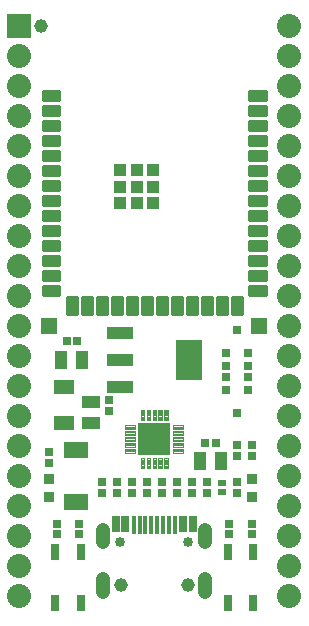
<source format=gts>
G75*
%MOIN*%
%OFA0B0*%
%FSLAX25Y25*%
%IPPOS*%
%LPD*%
%AMOC8*
5,1,8,0,0,1.08239X$1,22.5*
%
%ADD10R,0.08000X0.08000*%
%ADD11C,0.08000*%
%ADD12R,0.02962X0.05718*%
%ADD13R,0.01781X0.06309*%
%ADD14C,0.04734*%
%ADD15C,0.03356*%
%ADD16R,0.03159X0.05324*%
%ADD17C,0.00396*%
%ADD18R,0.10836X0.10836*%
%ADD19R,0.09065X0.04340*%
%ADD20R,0.09065X0.13395*%
%ADD21R,0.03041X0.03041*%
%ADD22R,0.04143X0.06112*%
%ADD23R,0.08080X0.05324*%
%ADD24R,0.06899X0.04537*%
%ADD25R,0.06112X0.04143*%
%ADD26R,0.03750X0.03750*%
%ADD27R,0.02569X0.02175*%
%ADD28R,0.02569X0.02962*%
%ADD29C,0.04537*%
%ADD30C,0.00912*%
%ADD31R,0.04143X0.04143*%
%ADD32R,0.05324X0.05324*%
D10*
X0009300Y0200050D03*
D11*
X0009300Y0010050D03*
X0009300Y0020050D03*
X0009300Y0030050D03*
X0009300Y0040050D03*
X0009300Y0050050D03*
X0009300Y0060050D03*
X0009300Y0070050D03*
X0009300Y0080050D03*
X0009300Y0090050D03*
X0009300Y0100050D03*
X0009300Y0110050D03*
X0009300Y0120050D03*
X0009300Y0130050D03*
X0009300Y0140050D03*
X0009300Y0150050D03*
X0009300Y0160050D03*
X0009300Y0170050D03*
X0009300Y0180050D03*
X0009300Y0190050D03*
X0099300Y0190050D03*
X0099300Y0180050D03*
X0099300Y0170050D03*
X0099300Y0160050D03*
X0099300Y0150050D03*
X0099300Y0140050D03*
X0099300Y0130050D03*
X0099300Y0120050D03*
X0099300Y0110050D03*
X0099300Y0100050D03*
X0099300Y0090050D03*
X0099300Y0080050D03*
X0099300Y0070050D03*
X0099300Y0060050D03*
X0099300Y0050050D03*
X0099300Y0040050D03*
X0099300Y0030050D03*
X0099300Y0020050D03*
X0099300Y0010050D03*
X0099300Y0200050D03*
D12*
X0067095Y0034066D03*
X0063946Y0034066D03*
X0044654Y0034066D03*
X0041505Y0034066D03*
D13*
X0047410Y0033770D03*
X0049379Y0033770D03*
X0051347Y0033770D03*
X0053316Y0033770D03*
X0055284Y0033770D03*
X0057253Y0033770D03*
X0059221Y0033770D03*
X0061190Y0033770D03*
D14*
X0071308Y0032235D02*
X0071308Y0028101D01*
X0071308Y0015778D02*
X0071308Y0011644D01*
X0037292Y0011644D02*
X0037292Y0015778D01*
X0037292Y0028101D02*
X0037292Y0032235D01*
D15*
X0042922Y0028081D03*
X0065678Y0028081D03*
D16*
X0078818Y0024765D03*
X0087282Y0024765D03*
X0087282Y0007835D03*
X0078818Y0007835D03*
X0029782Y0007835D03*
X0021318Y0007835D03*
X0021318Y0024765D03*
X0029782Y0024765D03*
D17*
X0044651Y0058019D02*
X0048005Y0058019D01*
X0044651Y0058019D02*
X0044651Y0059207D01*
X0048005Y0059207D01*
X0048005Y0058019D01*
X0048005Y0058414D02*
X0044651Y0058414D01*
X0044651Y0058809D02*
X0048005Y0058809D01*
X0048005Y0059204D02*
X0044651Y0059204D01*
X0044651Y0059987D02*
X0048005Y0059987D01*
X0044651Y0059987D02*
X0044651Y0061175D01*
X0048005Y0061175D01*
X0048005Y0059987D01*
X0048005Y0060382D02*
X0044651Y0060382D01*
X0044651Y0060777D02*
X0048005Y0060777D01*
X0048005Y0061172D02*
X0044651Y0061172D01*
X0044651Y0061956D02*
X0048005Y0061956D01*
X0044651Y0061956D02*
X0044651Y0063144D01*
X0048005Y0063144D01*
X0048005Y0061956D01*
X0048005Y0062351D02*
X0044651Y0062351D01*
X0044651Y0062746D02*
X0048005Y0062746D01*
X0048005Y0063141D02*
X0044651Y0063141D01*
X0044651Y0063925D02*
X0048005Y0063925D01*
X0044651Y0063925D02*
X0044651Y0065113D01*
X0048005Y0065113D01*
X0048005Y0063925D01*
X0048005Y0064320D02*
X0044651Y0064320D01*
X0044651Y0064715D02*
X0048005Y0064715D01*
X0048005Y0065110D02*
X0044651Y0065110D01*
X0044651Y0065893D02*
X0048005Y0065893D01*
X0044651Y0065893D02*
X0044651Y0067081D01*
X0048005Y0067081D01*
X0048005Y0065893D01*
X0048005Y0066288D02*
X0044651Y0066288D01*
X0044651Y0066683D02*
X0048005Y0066683D01*
X0048005Y0067078D02*
X0044651Y0067078D01*
X0050957Y0068845D02*
X0050957Y0072199D01*
X0050957Y0068845D02*
X0049769Y0068845D01*
X0049769Y0072199D01*
X0050957Y0072199D01*
X0050957Y0069240D02*
X0049769Y0069240D01*
X0049769Y0069635D02*
X0050957Y0069635D01*
X0050957Y0070030D02*
X0049769Y0070030D01*
X0049769Y0070425D02*
X0050957Y0070425D01*
X0050957Y0070820D02*
X0049769Y0070820D01*
X0049769Y0071215D02*
X0050957Y0071215D01*
X0050957Y0071610D02*
X0049769Y0071610D01*
X0049769Y0072005D02*
X0050957Y0072005D01*
X0052925Y0072199D02*
X0052925Y0068845D01*
X0051737Y0068845D01*
X0051737Y0072199D01*
X0052925Y0072199D01*
X0052925Y0069240D02*
X0051737Y0069240D01*
X0051737Y0069635D02*
X0052925Y0069635D01*
X0052925Y0070030D02*
X0051737Y0070030D01*
X0051737Y0070425D02*
X0052925Y0070425D01*
X0052925Y0070820D02*
X0051737Y0070820D01*
X0051737Y0071215D02*
X0052925Y0071215D01*
X0052925Y0071610D02*
X0051737Y0071610D01*
X0051737Y0072005D02*
X0052925Y0072005D01*
X0054894Y0072199D02*
X0054894Y0068845D01*
X0053706Y0068845D01*
X0053706Y0072199D01*
X0054894Y0072199D01*
X0054894Y0069240D02*
X0053706Y0069240D01*
X0053706Y0069635D02*
X0054894Y0069635D01*
X0054894Y0070030D02*
X0053706Y0070030D01*
X0053706Y0070425D02*
X0054894Y0070425D01*
X0054894Y0070820D02*
X0053706Y0070820D01*
X0053706Y0071215D02*
X0054894Y0071215D01*
X0054894Y0071610D02*
X0053706Y0071610D01*
X0053706Y0072005D02*
X0054894Y0072005D01*
X0056863Y0072199D02*
X0056863Y0068845D01*
X0055675Y0068845D01*
X0055675Y0072199D01*
X0056863Y0072199D01*
X0056863Y0069240D02*
X0055675Y0069240D01*
X0055675Y0069635D02*
X0056863Y0069635D01*
X0056863Y0070030D02*
X0055675Y0070030D01*
X0055675Y0070425D02*
X0056863Y0070425D01*
X0056863Y0070820D02*
X0055675Y0070820D01*
X0055675Y0071215D02*
X0056863Y0071215D01*
X0056863Y0071610D02*
X0055675Y0071610D01*
X0055675Y0072005D02*
X0056863Y0072005D01*
X0058831Y0072199D02*
X0058831Y0068845D01*
X0057643Y0068845D01*
X0057643Y0072199D01*
X0058831Y0072199D01*
X0058831Y0069240D02*
X0057643Y0069240D01*
X0057643Y0069635D02*
X0058831Y0069635D01*
X0058831Y0070030D02*
X0057643Y0070030D01*
X0057643Y0070425D02*
X0058831Y0070425D01*
X0058831Y0070820D02*
X0057643Y0070820D01*
X0057643Y0071215D02*
X0058831Y0071215D01*
X0058831Y0071610D02*
X0057643Y0071610D01*
X0057643Y0072005D02*
X0058831Y0072005D01*
X0060595Y0065893D02*
X0063949Y0065893D01*
X0060595Y0065893D02*
X0060595Y0067081D01*
X0063949Y0067081D01*
X0063949Y0065893D01*
X0063949Y0066288D02*
X0060595Y0066288D01*
X0060595Y0066683D02*
X0063949Y0066683D01*
X0063949Y0067078D02*
X0060595Y0067078D01*
X0060595Y0063925D02*
X0063949Y0063925D01*
X0060595Y0063925D02*
X0060595Y0065113D01*
X0063949Y0065113D01*
X0063949Y0063925D01*
X0063949Y0064320D02*
X0060595Y0064320D01*
X0060595Y0064715D02*
X0063949Y0064715D01*
X0063949Y0065110D02*
X0060595Y0065110D01*
X0060595Y0061956D02*
X0063949Y0061956D01*
X0060595Y0061956D02*
X0060595Y0063144D01*
X0063949Y0063144D01*
X0063949Y0061956D01*
X0063949Y0062351D02*
X0060595Y0062351D01*
X0060595Y0062746D02*
X0063949Y0062746D01*
X0063949Y0063141D02*
X0060595Y0063141D01*
X0060595Y0059987D02*
X0063949Y0059987D01*
X0060595Y0059987D02*
X0060595Y0061175D01*
X0063949Y0061175D01*
X0063949Y0059987D01*
X0063949Y0060382D02*
X0060595Y0060382D01*
X0060595Y0060777D02*
X0063949Y0060777D01*
X0063949Y0061172D02*
X0060595Y0061172D01*
X0060595Y0058019D02*
X0063949Y0058019D01*
X0060595Y0058019D02*
X0060595Y0059207D01*
X0063949Y0059207D01*
X0063949Y0058019D01*
X0063949Y0058414D02*
X0060595Y0058414D01*
X0060595Y0058809D02*
X0063949Y0058809D01*
X0063949Y0059204D02*
X0060595Y0059204D01*
X0058831Y0056255D02*
X0058831Y0052901D01*
X0057643Y0052901D01*
X0057643Y0056255D01*
X0058831Y0056255D01*
X0058831Y0053296D02*
X0057643Y0053296D01*
X0057643Y0053691D02*
X0058831Y0053691D01*
X0058831Y0054086D02*
X0057643Y0054086D01*
X0057643Y0054481D02*
X0058831Y0054481D01*
X0058831Y0054876D02*
X0057643Y0054876D01*
X0057643Y0055271D02*
X0058831Y0055271D01*
X0058831Y0055666D02*
X0057643Y0055666D01*
X0057643Y0056061D02*
X0058831Y0056061D01*
X0056863Y0056255D02*
X0056863Y0052901D01*
X0055675Y0052901D01*
X0055675Y0056255D01*
X0056863Y0056255D01*
X0056863Y0053296D02*
X0055675Y0053296D01*
X0055675Y0053691D02*
X0056863Y0053691D01*
X0056863Y0054086D02*
X0055675Y0054086D01*
X0055675Y0054481D02*
X0056863Y0054481D01*
X0056863Y0054876D02*
X0055675Y0054876D01*
X0055675Y0055271D02*
X0056863Y0055271D01*
X0056863Y0055666D02*
X0055675Y0055666D01*
X0055675Y0056061D02*
X0056863Y0056061D01*
X0054894Y0056255D02*
X0054894Y0052901D01*
X0053706Y0052901D01*
X0053706Y0056255D01*
X0054894Y0056255D01*
X0054894Y0053296D02*
X0053706Y0053296D01*
X0053706Y0053691D02*
X0054894Y0053691D01*
X0054894Y0054086D02*
X0053706Y0054086D01*
X0053706Y0054481D02*
X0054894Y0054481D01*
X0054894Y0054876D02*
X0053706Y0054876D01*
X0053706Y0055271D02*
X0054894Y0055271D01*
X0054894Y0055666D02*
X0053706Y0055666D01*
X0053706Y0056061D02*
X0054894Y0056061D01*
X0052925Y0056255D02*
X0052925Y0052901D01*
X0051737Y0052901D01*
X0051737Y0056255D01*
X0052925Y0056255D01*
X0052925Y0053296D02*
X0051737Y0053296D01*
X0051737Y0053691D02*
X0052925Y0053691D01*
X0052925Y0054086D02*
X0051737Y0054086D01*
X0051737Y0054481D02*
X0052925Y0054481D01*
X0052925Y0054876D02*
X0051737Y0054876D01*
X0051737Y0055271D02*
X0052925Y0055271D01*
X0052925Y0055666D02*
X0051737Y0055666D01*
X0051737Y0056061D02*
X0052925Y0056061D01*
X0050957Y0056255D02*
X0050957Y0052901D01*
X0049769Y0052901D01*
X0049769Y0056255D01*
X0050957Y0056255D01*
X0050957Y0053296D02*
X0049769Y0053296D01*
X0049769Y0053691D02*
X0050957Y0053691D01*
X0050957Y0054086D02*
X0049769Y0054086D01*
X0049769Y0054481D02*
X0050957Y0054481D01*
X0050957Y0054876D02*
X0049769Y0054876D01*
X0049769Y0055271D02*
X0050957Y0055271D01*
X0050957Y0055666D02*
X0049769Y0055666D01*
X0049769Y0056061D02*
X0050957Y0056061D01*
D18*
X0054300Y0062550D03*
D19*
X0042883Y0079745D03*
X0042883Y0088800D03*
X0042883Y0097855D03*
D20*
X0065717Y0088800D03*
D21*
X0078050Y0086822D03*
X0078050Y0083278D03*
X0085550Y0083278D03*
X0085550Y0086822D03*
X0074822Y0061300D03*
X0071278Y0061300D03*
X0071800Y0048072D03*
X0071800Y0044528D03*
X0066800Y0044528D03*
X0066800Y0048072D03*
X0061800Y0048072D03*
X0061800Y0044528D03*
X0056800Y0044528D03*
X0056800Y0048072D03*
X0051800Y0048072D03*
X0051800Y0044528D03*
X0046800Y0044528D03*
X0046800Y0048072D03*
X0041800Y0048072D03*
X0041800Y0044528D03*
X0036800Y0044528D03*
X0036800Y0048072D03*
X0029300Y0034322D03*
X0029300Y0030778D03*
X0021800Y0030778D03*
X0021800Y0034322D03*
X0019300Y0054528D03*
X0019300Y0058072D03*
X0025028Y0095050D03*
X0028572Y0095050D03*
X0039300Y0075572D03*
X0039300Y0072028D03*
X0079300Y0034322D03*
X0079300Y0030778D03*
X0086800Y0030778D03*
X0086800Y0034322D03*
X0081800Y0044528D03*
X0081800Y0048072D03*
X0081800Y0057028D03*
X0081800Y0060572D03*
X0086800Y0060572D03*
X0086800Y0057028D03*
D22*
X0076593Y0055050D03*
X0069507Y0055050D03*
X0030343Y0088800D03*
X0023257Y0088800D03*
D23*
X0028050Y0058711D03*
X0028050Y0041389D03*
D24*
X0024300Y0067894D03*
X0024300Y0079706D03*
D25*
X0033050Y0074843D03*
X0033050Y0067757D03*
D26*
X0019300Y0049253D03*
X0019300Y0043347D03*
X0086800Y0043347D03*
X0086800Y0049253D03*
D27*
X0076800Y0047875D03*
X0076800Y0044725D03*
D28*
X0081800Y0071113D03*
X0078060Y0078987D03*
X0078060Y0091113D03*
X0081800Y0098987D03*
X0085540Y0091113D03*
X0085540Y0078987D03*
D29*
X0065550Y0013800D03*
X0043050Y0013800D03*
X0016644Y0200050D03*
D30*
X0017054Y0175394D02*
X0022648Y0175394D01*
X0017054Y0175394D02*
X0017054Y0178624D01*
X0022648Y0178624D01*
X0022648Y0175394D01*
X0022648Y0176305D02*
X0017054Y0176305D01*
X0017054Y0177216D02*
X0022648Y0177216D01*
X0022648Y0178127D02*
X0017054Y0178127D01*
X0017054Y0170394D02*
X0022648Y0170394D01*
X0017054Y0170394D02*
X0017054Y0173624D01*
X0022648Y0173624D01*
X0022648Y0170394D01*
X0022648Y0171305D02*
X0017054Y0171305D01*
X0017054Y0172216D02*
X0022648Y0172216D01*
X0022648Y0173127D02*
X0017054Y0173127D01*
X0017054Y0165394D02*
X0022648Y0165394D01*
X0017054Y0165394D02*
X0017054Y0168624D01*
X0022648Y0168624D01*
X0022648Y0165394D01*
X0022648Y0166305D02*
X0017054Y0166305D01*
X0017054Y0167216D02*
X0022648Y0167216D01*
X0022648Y0168127D02*
X0017054Y0168127D01*
X0017054Y0160394D02*
X0022648Y0160394D01*
X0017054Y0160394D02*
X0017054Y0163624D01*
X0022648Y0163624D01*
X0022648Y0160394D01*
X0022648Y0161305D02*
X0017054Y0161305D01*
X0017054Y0162216D02*
X0022648Y0162216D01*
X0022648Y0163127D02*
X0017054Y0163127D01*
X0017054Y0155394D02*
X0022648Y0155394D01*
X0017054Y0155394D02*
X0017054Y0158624D01*
X0022648Y0158624D01*
X0022648Y0155394D01*
X0022648Y0156305D02*
X0017054Y0156305D01*
X0017054Y0157216D02*
X0022648Y0157216D01*
X0022648Y0158127D02*
X0017054Y0158127D01*
X0017054Y0150394D02*
X0022648Y0150394D01*
X0017054Y0150394D02*
X0017054Y0153624D01*
X0022648Y0153624D01*
X0022648Y0150394D01*
X0022648Y0151305D02*
X0017054Y0151305D01*
X0017054Y0152216D02*
X0022648Y0152216D01*
X0022648Y0153127D02*
X0017054Y0153127D01*
X0017054Y0145394D02*
X0022648Y0145394D01*
X0017054Y0145394D02*
X0017054Y0148624D01*
X0022648Y0148624D01*
X0022648Y0145394D01*
X0022648Y0146305D02*
X0017054Y0146305D01*
X0017054Y0147216D02*
X0022648Y0147216D01*
X0022648Y0148127D02*
X0017054Y0148127D01*
X0017054Y0140394D02*
X0022648Y0140394D01*
X0017054Y0140394D02*
X0017054Y0143624D01*
X0022648Y0143624D01*
X0022648Y0140394D01*
X0022648Y0141305D02*
X0017054Y0141305D01*
X0017054Y0142216D02*
X0022648Y0142216D01*
X0022648Y0143127D02*
X0017054Y0143127D01*
X0017054Y0135394D02*
X0022648Y0135394D01*
X0017054Y0135394D02*
X0017054Y0138624D01*
X0022648Y0138624D01*
X0022648Y0135394D01*
X0022648Y0136305D02*
X0017054Y0136305D01*
X0017054Y0137216D02*
X0022648Y0137216D01*
X0022648Y0138127D02*
X0017054Y0138127D01*
X0017054Y0130394D02*
X0022648Y0130394D01*
X0017054Y0130394D02*
X0017054Y0133624D01*
X0022648Y0133624D01*
X0022648Y0130394D01*
X0022648Y0131305D02*
X0017054Y0131305D01*
X0017054Y0132216D02*
X0022648Y0132216D01*
X0022648Y0133127D02*
X0017054Y0133127D01*
X0017054Y0125394D02*
X0022648Y0125394D01*
X0017054Y0125394D02*
X0017054Y0128624D01*
X0022648Y0128624D01*
X0022648Y0125394D01*
X0022648Y0126305D02*
X0017054Y0126305D01*
X0017054Y0127216D02*
X0022648Y0127216D01*
X0022648Y0128127D02*
X0017054Y0128127D01*
X0017054Y0120394D02*
X0022648Y0120394D01*
X0017054Y0120394D02*
X0017054Y0123624D01*
X0022648Y0123624D01*
X0022648Y0120394D01*
X0022648Y0121305D02*
X0017054Y0121305D01*
X0017054Y0122216D02*
X0022648Y0122216D01*
X0022648Y0123127D02*
X0017054Y0123127D01*
X0017054Y0115394D02*
X0022648Y0115394D01*
X0017054Y0115394D02*
X0017054Y0118624D01*
X0022648Y0118624D01*
X0022648Y0115394D01*
X0022648Y0116305D02*
X0017054Y0116305D01*
X0017054Y0117216D02*
X0022648Y0117216D01*
X0022648Y0118127D02*
X0017054Y0118127D01*
X0017054Y0110394D02*
X0022648Y0110394D01*
X0017054Y0110394D02*
X0017054Y0113624D01*
X0022648Y0113624D01*
X0022648Y0110394D01*
X0022648Y0111305D02*
X0017054Y0111305D01*
X0017054Y0112216D02*
X0022648Y0112216D01*
X0022648Y0113127D02*
X0017054Y0113127D01*
X0028415Y0109884D02*
X0028415Y0104290D01*
X0025185Y0104290D01*
X0025185Y0109884D01*
X0028415Y0109884D01*
X0028415Y0105201D02*
X0025185Y0105201D01*
X0025185Y0106112D02*
X0028415Y0106112D01*
X0028415Y0107023D02*
X0025185Y0107023D01*
X0025185Y0107934D02*
X0028415Y0107934D01*
X0028415Y0108845D02*
X0025185Y0108845D01*
X0025185Y0109756D02*
X0028415Y0109756D01*
X0033415Y0109884D02*
X0033415Y0104290D01*
X0030185Y0104290D01*
X0030185Y0109884D01*
X0033415Y0109884D01*
X0033415Y0105201D02*
X0030185Y0105201D01*
X0030185Y0106112D02*
X0033415Y0106112D01*
X0033415Y0107023D02*
X0030185Y0107023D01*
X0030185Y0107934D02*
X0033415Y0107934D01*
X0033415Y0108845D02*
X0030185Y0108845D01*
X0030185Y0109756D02*
X0033415Y0109756D01*
X0038415Y0109884D02*
X0038415Y0104290D01*
X0035185Y0104290D01*
X0035185Y0109884D01*
X0038415Y0109884D01*
X0038415Y0105201D02*
X0035185Y0105201D01*
X0035185Y0106112D02*
X0038415Y0106112D01*
X0038415Y0107023D02*
X0035185Y0107023D01*
X0035185Y0107934D02*
X0038415Y0107934D01*
X0038415Y0108845D02*
X0035185Y0108845D01*
X0035185Y0109756D02*
X0038415Y0109756D01*
X0043415Y0109884D02*
X0043415Y0104290D01*
X0040185Y0104290D01*
X0040185Y0109884D01*
X0043415Y0109884D01*
X0043415Y0105201D02*
X0040185Y0105201D01*
X0040185Y0106112D02*
X0043415Y0106112D01*
X0043415Y0107023D02*
X0040185Y0107023D01*
X0040185Y0107934D02*
X0043415Y0107934D01*
X0043415Y0108845D02*
X0040185Y0108845D01*
X0040185Y0109756D02*
X0043415Y0109756D01*
X0048415Y0109884D02*
X0048415Y0104290D01*
X0045185Y0104290D01*
X0045185Y0109884D01*
X0048415Y0109884D01*
X0048415Y0105201D02*
X0045185Y0105201D01*
X0045185Y0106112D02*
X0048415Y0106112D01*
X0048415Y0107023D02*
X0045185Y0107023D01*
X0045185Y0107934D02*
X0048415Y0107934D01*
X0048415Y0108845D02*
X0045185Y0108845D01*
X0045185Y0109756D02*
X0048415Y0109756D01*
X0053415Y0109884D02*
X0053415Y0104290D01*
X0050185Y0104290D01*
X0050185Y0109884D01*
X0053415Y0109884D01*
X0053415Y0105201D02*
X0050185Y0105201D01*
X0050185Y0106112D02*
X0053415Y0106112D01*
X0053415Y0107023D02*
X0050185Y0107023D01*
X0050185Y0107934D02*
X0053415Y0107934D01*
X0053415Y0108845D02*
X0050185Y0108845D01*
X0050185Y0109756D02*
X0053415Y0109756D01*
X0058415Y0109884D02*
X0058415Y0104290D01*
X0055185Y0104290D01*
X0055185Y0109884D01*
X0058415Y0109884D01*
X0058415Y0105201D02*
X0055185Y0105201D01*
X0055185Y0106112D02*
X0058415Y0106112D01*
X0058415Y0107023D02*
X0055185Y0107023D01*
X0055185Y0107934D02*
X0058415Y0107934D01*
X0058415Y0108845D02*
X0055185Y0108845D01*
X0055185Y0109756D02*
X0058415Y0109756D01*
X0063415Y0109884D02*
X0063415Y0104290D01*
X0060185Y0104290D01*
X0060185Y0109884D01*
X0063415Y0109884D01*
X0063415Y0105201D02*
X0060185Y0105201D01*
X0060185Y0106112D02*
X0063415Y0106112D01*
X0063415Y0107023D02*
X0060185Y0107023D01*
X0060185Y0107934D02*
X0063415Y0107934D01*
X0063415Y0108845D02*
X0060185Y0108845D01*
X0060185Y0109756D02*
X0063415Y0109756D01*
X0068415Y0109884D02*
X0068415Y0104290D01*
X0065185Y0104290D01*
X0065185Y0109884D01*
X0068415Y0109884D01*
X0068415Y0105201D02*
X0065185Y0105201D01*
X0065185Y0106112D02*
X0068415Y0106112D01*
X0068415Y0107023D02*
X0065185Y0107023D01*
X0065185Y0107934D02*
X0068415Y0107934D01*
X0068415Y0108845D02*
X0065185Y0108845D01*
X0065185Y0109756D02*
X0068415Y0109756D01*
X0073415Y0109884D02*
X0073415Y0104290D01*
X0070185Y0104290D01*
X0070185Y0109884D01*
X0073415Y0109884D01*
X0073415Y0105201D02*
X0070185Y0105201D01*
X0070185Y0106112D02*
X0073415Y0106112D01*
X0073415Y0107023D02*
X0070185Y0107023D01*
X0070185Y0107934D02*
X0073415Y0107934D01*
X0073415Y0108845D02*
X0070185Y0108845D01*
X0070185Y0109756D02*
X0073415Y0109756D01*
X0078415Y0109884D02*
X0078415Y0104290D01*
X0075185Y0104290D01*
X0075185Y0109884D01*
X0078415Y0109884D01*
X0078415Y0105201D02*
X0075185Y0105201D01*
X0075185Y0106112D02*
X0078415Y0106112D01*
X0078415Y0107023D02*
X0075185Y0107023D01*
X0075185Y0107934D02*
X0078415Y0107934D01*
X0078415Y0108845D02*
X0075185Y0108845D01*
X0075185Y0109756D02*
X0078415Y0109756D01*
X0083415Y0109884D02*
X0083415Y0104290D01*
X0080185Y0104290D01*
X0080185Y0109884D01*
X0083415Y0109884D01*
X0083415Y0105201D02*
X0080185Y0105201D01*
X0080185Y0106112D02*
X0083415Y0106112D01*
X0083415Y0107023D02*
X0080185Y0107023D01*
X0080185Y0107934D02*
X0083415Y0107934D01*
X0083415Y0108845D02*
X0080185Y0108845D01*
X0080185Y0109756D02*
X0083415Y0109756D01*
X0085952Y0113624D02*
X0091546Y0113624D01*
X0091546Y0110394D01*
X0085952Y0110394D01*
X0085952Y0113624D01*
X0085952Y0111305D02*
X0091546Y0111305D01*
X0091546Y0112216D02*
X0085952Y0112216D01*
X0085952Y0113127D02*
X0091546Y0113127D01*
X0091546Y0118624D02*
X0085952Y0118624D01*
X0091546Y0118624D02*
X0091546Y0115394D01*
X0085952Y0115394D01*
X0085952Y0118624D01*
X0085952Y0116305D02*
X0091546Y0116305D01*
X0091546Y0117216D02*
X0085952Y0117216D01*
X0085952Y0118127D02*
X0091546Y0118127D01*
X0091546Y0123624D02*
X0085952Y0123624D01*
X0091546Y0123624D02*
X0091546Y0120394D01*
X0085952Y0120394D01*
X0085952Y0123624D01*
X0085952Y0121305D02*
X0091546Y0121305D01*
X0091546Y0122216D02*
X0085952Y0122216D01*
X0085952Y0123127D02*
X0091546Y0123127D01*
X0091546Y0128624D02*
X0085952Y0128624D01*
X0091546Y0128624D02*
X0091546Y0125394D01*
X0085952Y0125394D01*
X0085952Y0128624D01*
X0085952Y0126305D02*
X0091546Y0126305D01*
X0091546Y0127216D02*
X0085952Y0127216D01*
X0085952Y0128127D02*
X0091546Y0128127D01*
X0091546Y0133624D02*
X0085952Y0133624D01*
X0091546Y0133624D02*
X0091546Y0130394D01*
X0085952Y0130394D01*
X0085952Y0133624D01*
X0085952Y0131305D02*
X0091546Y0131305D01*
X0091546Y0132216D02*
X0085952Y0132216D01*
X0085952Y0133127D02*
X0091546Y0133127D01*
X0091546Y0138624D02*
X0085952Y0138624D01*
X0091546Y0138624D02*
X0091546Y0135394D01*
X0085952Y0135394D01*
X0085952Y0138624D01*
X0085952Y0136305D02*
X0091546Y0136305D01*
X0091546Y0137216D02*
X0085952Y0137216D01*
X0085952Y0138127D02*
X0091546Y0138127D01*
X0091546Y0143624D02*
X0085952Y0143624D01*
X0091546Y0143624D02*
X0091546Y0140394D01*
X0085952Y0140394D01*
X0085952Y0143624D01*
X0085952Y0141305D02*
X0091546Y0141305D01*
X0091546Y0142216D02*
X0085952Y0142216D01*
X0085952Y0143127D02*
X0091546Y0143127D01*
X0091546Y0148624D02*
X0085952Y0148624D01*
X0091546Y0148624D02*
X0091546Y0145394D01*
X0085952Y0145394D01*
X0085952Y0148624D01*
X0085952Y0146305D02*
X0091546Y0146305D01*
X0091546Y0147216D02*
X0085952Y0147216D01*
X0085952Y0148127D02*
X0091546Y0148127D01*
X0091546Y0153624D02*
X0085952Y0153624D01*
X0091546Y0153624D02*
X0091546Y0150394D01*
X0085952Y0150394D01*
X0085952Y0153624D01*
X0085952Y0151305D02*
X0091546Y0151305D01*
X0091546Y0152216D02*
X0085952Y0152216D01*
X0085952Y0153127D02*
X0091546Y0153127D01*
X0091546Y0158624D02*
X0085952Y0158624D01*
X0091546Y0158624D02*
X0091546Y0155394D01*
X0085952Y0155394D01*
X0085952Y0158624D01*
X0085952Y0156305D02*
X0091546Y0156305D01*
X0091546Y0157216D02*
X0085952Y0157216D01*
X0085952Y0158127D02*
X0091546Y0158127D01*
X0091546Y0163624D02*
X0085952Y0163624D01*
X0091546Y0163624D02*
X0091546Y0160394D01*
X0085952Y0160394D01*
X0085952Y0163624D01*
X0085952Y0161305D02*
X0091546Y0161305D01*
X0091546Y0162216D02*
X0085952Y0162216D01*
X0085952Y0163127D02*
X0091546Y0163127D01*
X0091546Y0168624D02*
X0085952Y0168624D01*
X0091546Y0168624D02*
X0091546Y0165394D01*
X0085952Y0165394D01*
X0085952Y0168624D01*
X0085952Y0166305D02*
X0091546Y0166305D01*
X0091546Y0167216D02*
X0085952Y0167216D01*
X0085952Y0168127D02*
X0091546Y0168127D01*
X0091546Y0173624D02*
X0085952Y0173624D01*
X0091546Y0173624D02*
X0091546Y0170394D01*
X0085952Y0170394D01*
X0085952Y0173624D01*
X0085952Y0171305D02*
X0091546Y0171305D01*
X0091546Y0172216D02*
X0085952Y0172216D01*
X0085952Y0173127D02*
X0091546Y0173127D01*
X0091546Y0178624D02*
X0085952Y0178624D01*
X0091546Y0178624D02*
X0091546Y0175394D01*
X0085952Y0175394D01*
X0085952Y0178624D01*
X0085952Y0176305D02*
X0091546Y0176305D01*
X0091546Y0177216D02*
X0085952Y0177216D01*
X0085952Y0178127D02*
X0091546Y0178127D01*
D31*
X0053906Y0152127D03*
X0053906Y0146615D03*
X0053906Y0141103D03*
X0048394Y0141103D03*
X0048394Y0146615D03*
X0048394Y0152127D03*
X0042883Y0152127D03*
X0042883Y0146615D03*
X0042883Y0141103D03*
D32*
X0019300Y0100050D03*
X0089300Y0100050D03*
M02*

</source>
